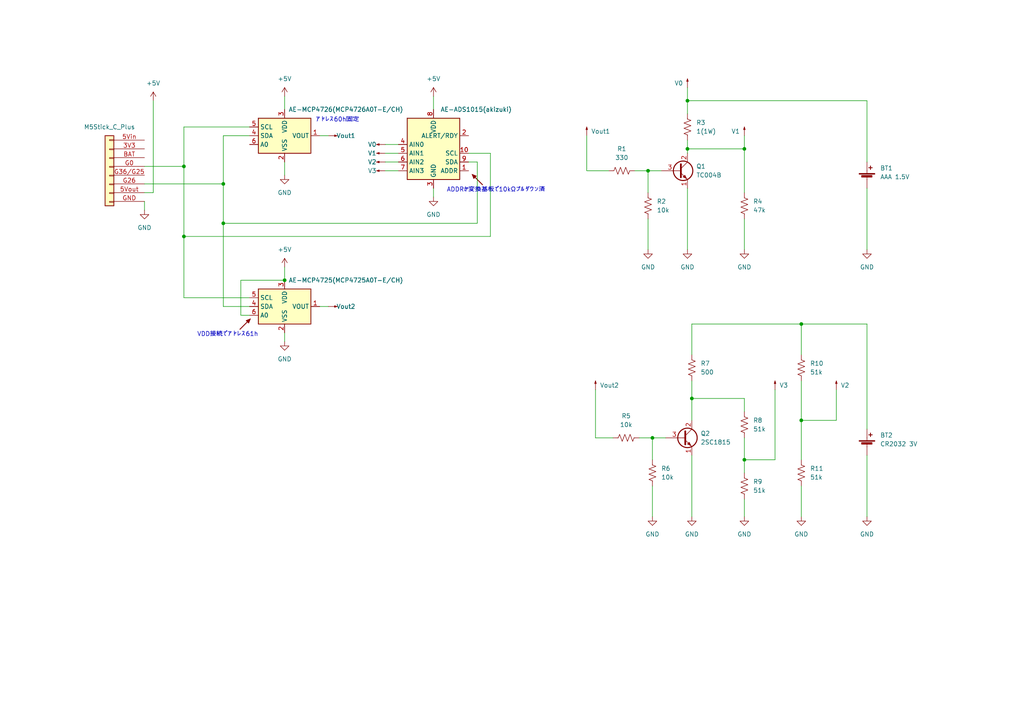
<source format=kicad_sch>
(kicad_sch (version 20211123) (generator eeschema)
  (paper "A4")
  (title_block (title "Battery Checker(AAA/CR2032)") (date "2022-04-02") (company "KKoga"))
  (lib_symbols
    (symbol "+5V_1" (power) (pin_numbers hide) (pin_names (offset 0))
      (property "Value" "+5V_1" (at 0 3.556 0))
      (symbol "+5V_1_0_1"
        (polyline (pts (xy -0.762 1.27) (xy 0 2.54)))
        (polyline (pts (xy 0 0) (xy 0 2.54)))
        (polyline (pts (xy 0 2.54) (xy 0.762 1.27)))
      )
      (symbol "+5V_1_1_1"
        (pin power_in line (at 0 0 90) (length 0) hide (name "+5V") (number "1"))
      )
    )
    (symbol "+5V_2" (power) (pin_numbers hide) (pin_names (offset 0))
      (property "Value" "+5V_2" (at 0 3.556 0))
      (symbol "+5V_2_0_1"
        (polyline (pts (xy -0.762 1.27) (xy 0 2.54)))
        (polyline (pts (xy 0 0) (xy 0 2.54)))
        (polyline (pts (xy 0 2.54) (xy 0.762 1.27)))
      )
      (symbol "+5V_2_1_1"
        (pin power_in line (at 0 0 90) (length 0) hide (name "+5V") (number "1"))
      )
    )
    (symbol "+5V_3" (power) (pin_numbers hide) (pin_names (offset 0))
      (property "Value" "+5V_3" (at 0 3.556 0))
      (symbol "+5V_3_0_1"
        (polyline (pts (xy -0.762 1.27) (xy 0 2.54)))
        (polyline (pts (xy 0 0) (xy 0 2.54)))
        (polyline (pts (xy 0 2.54) (xy 0.762 1.27)))
      )
      (symbol "+5V_3_1_1"
        (pin power_in line (at 0 0 90) (length 0) hide (name "+5V") (number "1"))
      )
    )
    (symbol "Analog_ADC:ADS1015IDGS"
      (property "Reference" "U" (at 2.54 13.97 0))
      (property "Value" "ADS1015IDGS" (at 7.62 11.43 0))
      (symbol "ADS1015IDGS_0_1"
        (rectangle (start -7.62 10.16) (end 7.62 -7.62) (stroke (width 0.254)) (fill (type background)))
      )
      (symbol "ADS1015IDGS_1_1"
        (pin input line (at 10.16 -5.08 180) (length 2.54) (name "ADDR") (number "1"))
        (pin input line (at 10.16 0 180) (length 2.54) (name "SCL") (number "10"))
        (pin output line (at 10.16 5.08 180) (length 2.54) (name "ALERT/RDY") (number "2"))
        (pin power_in line (at 0 -10.16 90) (length 2.54) (name "GND") (number "3"))
        (pin input line (at -10.16 2.54 0) (length 2.54) (name "AIN0") (number "4"))
        (pin input line (at -10.16 0 0) (length 2.54) (name "AIN1") (number "5"))
        (pin input line (at -10.16 -2.54 0) (length 2.54) (name "AIN2") (number "6"))
        (pin input line (at -10.16 -5.08 0) (length 2.54) (name "AIN3") (number "7"))
        (pin power_in line (at 0 12.7 270) (length 2.54) (name "VDD") (number "8"))
        (pin bidirectional line (at 10.16 -2.54 180) (length 2.54) (name "SDA") (number "9"))
      )
    )
    (symbol "Analog_DAC:MCP4725xxx-xCH"
      (property "Reference" "U" (at -6.35 6.35 0))
      (property "Value" "MCP4725xxx-xCH" (at 8.89 6.35 0))
      (symbol "MCP4725xxx-xCH_0_1"
        (rectangle (start -7.62 5.08) (end 7.62 -5.08) (stroke (width 0.254)) (fill (type background)))
      )
      (symbol "MCP4725xxx-xCH_1_1"
        (pin output line (at 10.16 0 180) (length 2.54) (name "VOUT") (number "1"))
        (pin power_in line (at 0 -7.62 90) (length 2.54) (name "VSS") (number "2"))
        (pin power_in line (at 0 7.62 270) (length 2.54) (name "VDD") (number "3"))
        (pin bidirectional line (at -10.16 0 0) (length 2.54) (name "SDA") (number "4"))
        (pin input line (at -10.16 2.54 0) (length 2.54) (name "SCL") (number "5"))
        (pin input line (at -10.16 -2.54 0) (length 2.54) (name "A0") (number "6"))
      )
    )
    (symbol "Connector:M5Stick_C_Plus" (pin_names (offset 1.016) hide)
      (property "Reference" "M5Stick_C_Plus" (at 0 10.16 0))
      (property "Value" "M5Stick_C_Plus" (at 0 -12.7 0))
      (symbol "M5Stick_C_Plus_1_1"
        (rectangle (start -1.27 -10.16) (end 0 -10.414) (stroke (width 0.1524)))
        (rectangle (start -1.27 -7.62) (end 0 -7.874) (stroke (width 0.1524)))
        (rectangle (start -1.27 -5.08) (end 0 -5.334) (stroke (width 0.1524)))
        (rectangle (start -1.27 -2.54) (end 0 -2.794) (stroke (width 0.1524)))
        (rectangle (start -1.27 0) (end 0 -0.254) (stroke (width 0.1524)))
        (rectangle (start -1.27 2.54) (end 0 2.286) (stroke (width 0.1524)))
        (rectangle (start -1.27 5.08) (end 0 4.826) (stroke (width 0.1524)))
        (rectangle (start -1.27 7.747) (end 0 7.493) (stroke (width 0.1524)))
        (rectangle (start -1.27 8.89) (end 1.27 -11.43) (stroke (width 0.254)) (fill (type background)))
        (pin power_out line (at -10.16 5.08 0) (length 8.81) (name "Pin_2") (number "3V3"))
        (pin power_in line (at -10.16 7.62 0) (length 8.81) (name "Pin_1") (number "5Vin"))
        (pin power_out line (at -10.16 -7.62 0) (length 8.81) (name "Pin_7") (number "5Vout"))
        (pin power_out line (at -10.16 2.54 0) (length 8.81) (name "Pin_3") (number "BAT"))
        (pin bidirectional line (at -10.16 0 0) (length 8.81) (name "Pin_4") (number "G0"))
        (pin bidirectional line (at -10.16 -5.08 0) (length 8.81) (name "Pin_6") (number "G26"))
        (pin bidirectional line (at -10.16 -2.54 0) (length 8.81) (name "Pin_5") (number "G36/G25"))
        (pin passive line (at -10.16 -10.16 0) (length 8.81) (name "Pin_8") (number "GND"))
      )
    )
    (symbol "Device:Battery_Cell" (pin_numbers hide) (pin_names (offset 0) hide)
      (property "Reference" "BT" (at 2.54 2.54 0))
      (property "Value" "Battery_Cell" (at 2.54 0 0))
      (symbol "Battery_Cell_0_1"
        (rectangle (start -2.286 1.778) (end 2.286 1.524) (fill (type outline)))
        (rectangle (start -1.5748 1.1938) (end 1.4732 0.6858) (fill (type outline)))
        (polyline (pts (xy 0 0.762) (xy 0 0)))
        (polyline (pts (xy 0 1.778) (xy 0 2.54)))
        (polyline (pts (xy 0.508 3.429) (xy 1.524 3.429)) (stroke (width 0.254)))
        (polyline (pts (xy 1.016 3.937) (xy 1.016 2.921)) (stroke (width 0.254)))
      )
      (symbol "Battery_Cell_1_1"
        (pin passive line (at 0 5.08 270) (length 2.54) (name "+") (number "1"))
        (pin passive line (at 0 -2.54 90) (length 2.54) (name "-") (number "2"))
      )
    )
    (symbol "Device:R_US" (pin_numbers hide) (pin_names (offset 0))
      (property "Reference" "R" (at 2.54 0 90))
      (property "Value" "R_US" (at -2.54 0 90))
      (symbol "R_US_0_1"
        (polyline (pts (xy 0 -2.286) (xy 0 -2.54)))
        (polyline (pts (xy 0 2.286) (xy 0 2.54)))
        (polyline (pts (xy 0 -0.762) (xy 1.016 -1.143) (xy 0 -1.524) (xy -1.016 -1.905) (xy 0 -2.286)))
        (polyline (pts (xy 0 0.762) (xy 1.016 0.381) (xy 0 0) (xy -1.016 -0.381) (xy 0 -0.762)))
        (polyline (pts (xy 0 2.286) (xy 1.016 1.905) (xy 0 1.524) (xy -1.016 1.143) (xy 0 0.762)))
      )
      (symbol "R_US_1_1"
        (pin passive line (at 0 3.81 270) (length 1.27) (name "~") (number "1"))
        (pin passive line (at 0 -3.81 90) (length 1.27) (name "~") (number "2"))
      )
    )
    (symbol "GND_2" (power) (pin_numbers hide) (pin_names (offset 0))
      (property "Value" "GND_2" (at 0 -3.81 0))
      (symbol "GND_2_0_1"
        (polyline (pts (xy 0 0) (xy 0 -1.27) (xy 1.27 -1.27) (xy 0 -2.54) (xy -1.27 -1.27) (xy 0 -1.27)))
      )
      (symbol "GND_2_1_1"
        (pin power_in line (at 0 0 270) (length 0) hide (name "GND") (number "1"))
      )
    )
    (symbol "GND_3" (power) (pin_numbers hide) (pin_names (offset 0))
      (property "Value" "GND_3" (at 0 -3.81 0))
      (symbol "GND_3_0_1"
        (polyline (pts (xy 0 0) (xy 0 -1.27) (xy 1.27 -1.27) (xy 0 -2.54) (xy -1.27 -1.27) (xy 0 -1.27)))
      )
      (symbol "GND_3_1_1"
        (pin power_in line (at 0 0 270) (length 0) hide (name "GND") (number "1"))
      )
    )
    (symbol "GND_4" (power) (pin_numbers hide) (pin_names (offset 0))
      (property "Value" "GND_4" (at 0 -3.81 0))
      (symbol "GND_4_0_1"
        (polyline (pts (xy 0 0) (xy 0 -1.27) (xy 1.27 -1.27) (xy 0 -2.54) (xy -1.27 -1.27) (xy 0 -1.27)))
      )
      (symbol "GND_4_1_1"
        (pin power_in line (at 0 0 270) (length 0) hide (name "GND") (number "1"))
      )
    )
    (symbol "GND_5" (power) (pin_numbers hide) (pin_names (offset 0))
      (property "Value" "GND_5" (at 0 -3.81 0))
      (symbol "GND_5_0_1"
        (polyline (pts (xy 0 0) (xy 0 -1.27) (xy 1.27 -1.27) (xy 0 -2.54) (xy -1.27 -1.27) (xy 0 -1.27)))
      )
      (symbol "GND_5_1_1"
        (pin power_in line (at 0 0 270) (length 0) hide (name "GND") (number "1"))
      )
    )
    (symbol "GND_6" (power) (pin_numbers hide) (pin_names (offset 0))
      (property "Value" "GND_6" (at 0 -3.81 0))
      (symbol "GND_6_0_1"
        (polyline (pts (xy 0 0) (xy 0 -1.27) (xy 1.27 -1.27) (xy 0 -2.54) (xy -1.27 -1.27) (xy 0 -1.27)))
      )
      (symbol "GND_6_1_1"
        (pin power_in line (at 0 0 270) (length 0) hide (name "GND") (number "1"))
      )
    )
    (symbol "GND_7" (power) (pin_numbers hide) (pin_names (offset 0))
      (property "Value" "GND_7" (at 0 -3.81 0))
      (symbol "GND_7_0_1"
        (polyline (pts (xy 0 0) (xy 0 -1.27) (xy 1.27 -1.27) (xy 0 -2.54) (xy -1.27 -1.27) (xy 0 -1.27)))
      )
      (symbol "GND_7_1_1"
        (pin power_in line (at 0 0 270) (length 0) hide (name "GND") (number "1"))
      )
    )
    (symbol "GND_8" (power) (pin_numbers hide) (pin_names (offset 0))
      (property "Value" "GND_8" (at 0 -3.81 0))
      (symbol "GND_8_0_1"
        (polyline (pts (xy 0 0) (xy 0 -1.27) (xy 1.27 -1.27) (xy 0 -2.54) (xy -1.27 -1.27) (xy 0 -1.27)))
      )
      (symbol "GND_8_1_1"
        (pin power_in line (at 0 0 270) (length 0) hide (name "GND") (number "1"))
      )
    )
    (symbol "Graphic:SYM_Arrow45_Small" (pin_names (offset 1.016))
      (symbol "SYM_Arrow45_Small_0_1"
        (polyline (pts (xy 1.27 -1.27) (xy -1.524 1.524)) (stroke (width 0.254)))
        (polyline (pts (xy 1.524 -1.524) (xy 0.254 -1.016) (xy 1.016 -0.254) (xy 1.524 -1.524)) (fill (type outline)))
      )
    )
    (symbol "Graphic:SYM_Arrow_Tiny" (pin_names (offset 1.016))
      (symbol "SYM_Arrow_Tiny_0_1"
        (polyline (pts (xy 1.27 0) (xy -1.27 0)))
        (polyline (pts (xy 1.27 0) (xy 0.508 -0.254) (xy 0.508 0.254) (xy 1.27 0)) (fill (type outline)))
      )
    )
    (symbol "Transistor_BJT:2SD600" (pin_names (offset 0) hide)
      (property "Reference" "Q" (at 5.08 1.905 0))
      (property "Value" "2SD600" (at 5.08 0 0))
      (symbol "2SD600_0_1"
        (polyline (pts (xy 0 0) (xy 0.635 0)))
        (polyline (pts (xy 2.54 -2.54) (xy 0.635 -0.635)))
        (polyline (pts (xy 2.54 2.54) (xy 0.635 0.635)))
        (polyline (pts (xy 0.635 1.905) (xy 0.635 -1.905) (xy 0.635 -1.905)) (stroke (width 0.508)) (fill (type outline)))
        (polyline (pts (xy 1.27 -1.778) (xy 1.778 -1.27) (xy 2.286 -2.286) (xy 1.27 -1.778) (xy 1.27 -1.778)) (fill (type outline)))
        (circle (center 1.27 0) (radius 2.8194) (stroke (width 0.3048)))
      )
      (symbol "2SD600_1_1"
        (pin passive line (at 2.54 -5.08 90) (length 2.54) (name "E") (number "1"))
        (pin passive line (at 2.54 5.08 270) (length 2.54) (name "C") (number "2"))
        (pin input line (at -5.08 0 0) (length 5.08) (name "B") (number "3"))
      )
    )
    (symbol "power:+5V" (power) (pin_names (offset 0))
      (property "Value" "+5V" (at 0 3.556 0))
      (symbol "+5V_0_1"
        (polyline (pts (xy -0.762 1.27) (xy 0 2.54)))
        (polyline (pts (xy 0 0) (xy 0 2.54)))
        (polyline (pts (xy 0 2.54) (xy 0.762 1.27)))
      )
      (symbol "+5V_1_1"
        (pin power_in line (at 0 0 90) (length 0) hide (name "+5V") (number "1"))
      )
    )
    (symbol "power:GND" (power) (pin_names (offset 0))
      (property "Value" "GND" (at 0 -3.81 0))
      (symbol "GND_0_1"
        (polyline (pts (xy 0 0) (xy 0 -1.27) (xy 1.27 -1.27) (xy 0 -2.54) (xy -1.27 -1.27) (xy 0 -1.27)))
      )
      (symbol "GND_1_1"
        (pin power_in line (at 0 0 270) (length 0) hide (name "GND") (number "1"))
      )
    )
  )
  (junction (at 199.39 43.18))
  (junction (at 189.23 127))
  (junction (at 64.77 64.77))
  (junction (at 215.9 43.18))
  (junction (at 82.55 81.28))
  (junction (at 53.34 48.26))
  (junction (at 64.77 53.34))
  (junction (at 187.96 49.53))
  (junction (at 215.9 133.35))
  (junction (at 200.66 115.57))
  (junction (at 53.34 68.58))
  (junction (at 199.39 29.21))
  (junction (at 232.41 121.92))
  (junction (at 232.41 93.98))
  (wire (pts (xy 142.24 68.58) (xy 53.34 68.58)))
  (wire (pts (xy 41.91 58.42) (xy 41.91 60.96)))
  (wire (pts (xy 232.41 102.87) (xy 232.41 93.98)))
  (wire (pts (xy 138.43 46.99) (xy 135.89 46.99)))
  (wire (pts (xy 242.57 121.92) (xy 232.41 121.92)))
  (wire (pts (xy 135.89 44.45) (xy 142.24 44.45)))
  (wire (pts (xy 64.77 53.34) (xy 64.77 64.77)))
  (wire (pts (xy 111.76 49.53) (xy 115.57 49.53)))
  (wire (pts (xy 200.66 110.49) (xy 200.66 115.57)))
  (wire (pts (xy 170.18 39.37) (xy 170.18 49.53)))
  (wire (pts (xy 184.15 49.53) (xy 187.96 49.53)))
  (wire (pts (xy 41.91 48.26) (xy 53.34 48.26)))
  (wire (pts (xy 224.79 113.03) (xy 224.79 133.35)))
  (wire (pts (xy 41.91 53.34) (xy 64.77 53.34)))
  (wire (pts (xy 232.41 93.98) (xy 251.46 93.98)))
  (wire (pts (xy 53.34 68.58) (xy 53.34 86.36)))
  (wire (pts (xy 82.55 96.52) (xy 82.55 99.06)))
  (wire (pts (xy 72.39 91.44) (xy 69.85 91.44)))
  (wire (pts (xy 95.25 88.9) (xy 92.71 88.9)))
  (wire (pts (xy 200.66 102.87) (xy 200.66 93.98)))
  (wire (pts (xy 232.41 121.92) (xy 232.41 133.35)))
  (wire (pts (xy 199.39 33.02) (xy 199.39 29.21)))
  (wire (pts (xy 82.55 27.94) (xy 82.55 31.75)))
  (wire (pts (xy 224.79 133.35) (xy 215.9 133.35)))
  (wire (pts (xy 199.39 29.21) (xy 251.46 29.21)))
  (wire (pts (xy 251.46 93.98) (xy 251.46 124.46)))
  (wire (pts (xy 199.39 43.18) (xy 215.9 43.18)))
  (wire (pts (xy 189.23 127) (xy 189.23 133.35)))
  (wire (pts (xy 189.23 127) (xy 193.04 127)))
  (wire (pts (xy 53.34 36.83) (xy 72.39 36.83)))
  (wire (pts (xy 242.57 113.03) (xy 242.57 121.92)))
  (wire (pts (xy 125.73 54.61) (xy 125.73 57.15)))
  (wire (pts (xy 251.46 132.08) (xy 251.46 149.86)))
  (wire (pts (xy 200.66 115.57) (xy 200.66 121.92)))
  (wire (pts (xy 111.76 44.45) (xy 115.57 44.45)))
  (wire (pts (xy 187.96 49.53) (xy 187.96 55.88)))
  (wire (pts (xy 199.39 25.4) (xy 199.39 29.21)))
  (wire (pts (xy 69.85 91.44) (xy 69.85 81.28)))
  (wire (pts (xy 172.72 127) (xy 177.8 127)))
  (wire (pts (xy 251.46 29.21) (xy 251.46 46.99)))
  (wire (pts (xy 199.39 54.61) (xy 199.39 72.39)))
  (wire (pts (xy 53.34 48.26) (xy 53.34 36.83)))
  (wire (pts (xy 215.9 144.78) (xy 215.9 149.86)))
  (wire (pts (xy 200.66 132.08) (xy 200.66 149.86)))
  (wire (pts (xy 95.25 39.37) (xy 92.71 39.37)))
  (wire (pts (xy 69.85 81.28) (xy 82.55 81.28)))
  (wire (pts (xy 64.77 39.37) (xy 72.39 39.37)))
  (wire (pts (xy 82.55 81.28) (xy 82.55 77.47)))
  (wire (pts (xy 170.18 49.53) (xy 176.53 49.53)))
  (wire (pts (xy 215.9 115.57) (xy 215.9 119.38)))
  (wire (pts (xy 251.46 54.61) (xy 251.46 72.39)))
  (wire (pts (xy 64.77 88.9) (xy 72.39 88.9)))
  (wire (pts (xy 125.73 27.94) (xy 125.73 31.75)))
  (wire (pts (xy 111.76 46.99) (xy 115.57 46.99)))
  (wire (pts (xy 53.34 48.26) (xy 53.34 68.58)))
  (wire (pts (xy 200.66 93.98) (xy 232.41 93.98)))
  (wire (pts (xy 215.9 63.5) (xy 215.9 72.39)))
  (wire (pts (xy 138.43 64.77) (xy 64.77 64.77)))
  (wire (pts (xy 53.34 86.36) (xy 72.39 86.36)))
  (wire (pts (xy 142.24 44.45) (xy 142.24 68.58)))
  (wire (pts (xy 44.45 55.88) (xy 41.91 55.88)))
  (wire (pts (xy 111.76 41.91) (xy 115.57 41.91)))
  (wire (pts (xy 199.39 40.64) (xy 199.39 43.18)))
  (wire (pts (xy 232.41 140.97) (xy 232.41 149.86)))
  (wire (pts (xy 82.55 46.99) (xy 82.55 50.8)))
  (wire (pts (xy 232.41 110.49) (xy 232.41 121.92)))
  (wire (pts (xy 215.9 127) (xy 215.9 133.35)))
  (wire (pts (xy 138.43 46.99) (xy 138.43 64.77)))
  (wire (pts (xy 215.9 39.37) (xy 215.9 43.18)))
  (wire (pts (xy 200.66 115.57) (xy 215.9 115.57)))
  (wire (pts (xy 44.45 29.21) (xy 44.45 55.88)))
  (wire (pts (xy 172.72 113.03) (xy 172.72 127)))
  (wire (pts (xy 187.96 49.53) (xy 191.77 49.53)))
  (wire (pts (xy 64.77 53.34) (xy 64.77 39.37)))
  (wire (pts (xy 215.9 133.35) (xy 215.9 137.16)))
  (wire (pts (xy 64.77 64.77) (xy 64.77 88.9)))
  (wire (pts (xy 215.9 43.18) (xy 215.9 55.88)))
  (wire (pts (xy 185.42 127) (xy 189.23 127)))
  (wire (pts (xy 189.23 140.97) (xy 189.23 149.86)))
  (wire (pts (xy 199.39 43.18) (xy 199.39 44.45)))
  (wire (pts (xy 187.96 63.5) (xy 187.96 72.39)))
  (text "ADDRが変換基板で10kΩプルダウン済" (at 129.54 55.88 0) (effects (font (size 1.27 1.27)) (justify left bottom)))
  (text "VDD接続でアドレス61h" (at 57.15 97.79 0) (effects (font (size 1.27 1.27)) (justify left bottom)))
  (text "アドレス60h固定" (at 91.44 35.56 0) (effects (font (size 1.27 1.27)) (justify left bottom)))
  (symbol (lib_name "+5V_2") (lib_id "power:+5V") (at 82.55 27.94 0) (unit 1)
    (property "Reference" "#PWR?" (effects hide))
    (property "Value" "+5V" (at 82.55 22.86 0))
  )
  (symbol (lib_id "Transistor_BJT:2SD600") (at 198.12 127 0) (unit 1)
    (property "Reference" "Q2" (at 203.2 125.7299 0) (effects (justify left)))
    (property "Value" "2SC1815" (at 203.2 128.2699 0) (effects (justify left)))
    (property "Footprint" "Package_TO_SOT_THT:TO-126-3_Vertical" (effects hide))
    (property "Datasheet" "http://pdf.datasheetcatalog.com/datasheet/sanyo/ds_pdf_e/2SB631.pdf" (effects hide))
  )
  (symbol (lib_id "Graphic:SYM_Arrow_Tiny") (at 242.57 111.76 90) (unit 1)
    (property "Reference" "#SYM?" (effects hide))
    (property "Value" "V2" (at 243.84 111.7599 90) (effects (justify right)))
  )
  (symbol (lib_name "GND_8") (lib_id "power:GND") (at 41.91 60.96 0) (unit 1)
    (property "Reference" "#PWR?" (effects hide))
    (property "Value" "GND" (at 41.91 66.04 0))
  )
  (symbol (lib_id "Graphic:SYM_Arrow_Tiny") (at 170.18 38.1 90) (unit 1)
    (property "Reference" "#SYM?" (effects hide))
    (property "Value" "Vout1" (at 171.45 38.0999 90) (effects (justify right)))
  )
  (symbol (lib_id "Device:R_US") (at 215.9 59.69 0) (unit 1)
    (property "Reference" "R4" (at 218.44 58.4199 0) (effects (justify left)))
    (property "Value" "47k" (at 218.44 60.9599 0) (effects (justify left)))
  )
  (symbol (lib_id "Device:R_US") (at 181.61 127 90) (unit 1)
    (property "Reference" "R5" (at 181.61 120.65 90))
    (property "Value" "10k" (at 181.61 123.19 90))
  )
  (symbol (lib_id "Graphic:SYM_Arrow_Tiny") (at 199.39 24.13 90) (unit 1)
    (property "Reference" "#SYM?" (effects hide))
    (property "Value" "V0" (at 198.12 24.1299 90) (effects (justify left)))
  )
  (symbol (lib_id "Device:R_US") (at 232.41 137.16 0) (unit 1)
    (property "Reference" "R11" (at 234.95 135.8899 0) (effects (justify left)))
    (property "Value" "51k" (at 234.95 138.4299 0) (effects (justify left)))
  )
  (symbol (lib_id "Graphic:SYM_Arrow_Tiny") (at 96.52 39.37 0) (unit 1)
    (property "Reference" "#SYM?" (effects hide))
    (property "Value" "Vout1" (at 100.33 39.37 0))
  )
  (symbol (lib_id "Device:R_US") (at 215.9 123.19 0) (unit 1)
    (property "Reference" "R8" (at 218.44 121.9199 0) (effects (justify left)))
    (property "Value" "51k" (at 218.44 124.4599 0) (effects (justify left)))
  )
  (symbol (lib_id "Analog_DAC:MCP4725xxx-xCH") (at 82.55 88.9 0) (unit 1)
    (property "Reference" "U?" (effects hide))
    (property "Value" "AE-MCP4725(MCP4725A0T-E/CH)" (at 100.33 81.28 0))
    (property "Footprint" "Package_TO_SOT_SMD:SOT-23-6" (effects hide))
    (property "Datasheet" "http://ww1.microchip.com/downloads/en/DeviceDoc/22039d.pdf" (effects hide))
  )
  (symbol (lib_id "Device:R_US") (at 180.34 49.53 90) (unit 1)
    (property "Reference" "R1" (at 180.34 43.18 90))
    (property "Value" "330" (at 180.34 45.72 90))
  )
  (symbol (lib_name "GND_7") (lib_id "power:GND") (at 215.9 72.39 0) (unit 1)
    (property "Reference" "#PWR?" (effects hide))
    (property "Value" "GND" (at 215.9 77.47 0))
  )
  (symbol (lib_id "Device:Battery_Cell") (at 251.46 52.07 0) (unit 1)
    (property "Reference" "BT1" (at 255.27 48.7679 0) (effects (justify left)))
    (property "Value" "AAA 1.5V" (at 255.27 51.3079 0) (effects (justify left)))
  )
  (symbol (lib_id "Graphic:SYM_Arrow_Tiny") (at 215.9 38.1 90) (unit 1)
    (property "Reference" "#SYM?" (effects hide))
    (property "Value" "V1" (at 214.63 38.0999 90) (effects (justify left)))
  )
  (symbol (lib_name "+5V_1") (lib_id "power:+5V") (at 44.45 29.21 0) (unit 1)
    (property "Reference" "#PWR?" (effects hide))
    (property "Value" "+5V" (at 44.45 24.13 0))
  )
  (symbol (lib_id "Graphic:SYM_Arrow_Tiny") (at 110.49 41.91 180) (unit 1)
    (property "Reference" "#SYM?" (effects hide))
    (property "Value" "V0" (at 107.95 41.91 0))
  )
  (symbol (lib_id "Device:R_US") (at 187.96 59.69 0) (unit 1)
    (property "Reference" "R2" (at 190.5 58.4199 0) (effects (justify left)))
    (property "Value" "10k" (at 190.5 60.9599 0) (effects (justify left)))
  )
  (symbol (lib_id "Connector:M5Stick_C_Plus") (at 31.75 48.26 0) (mirror y) (unit 1)
    (property "Reference" "M5Stick_C_Plus?" (effects hide))
    (property "Value" "M5Stick_C_Plus" (at 31.75 36.83 0))
  )
  (symbol (lib_id "power:+5V") (at 82.55 77.47 0) (unit 1)
    (property "Reference" "#PWR?" (effects hide))
    (property "Value" "+5V" (at 82.55 72.39 0))
  )
  (symbol (lib_id "Device:R_US") (at 215.9 140.97 0) (unit 1)
    (property "Reference" "R9" (at 218.44 139.6999 0) (effects (justify left)))
    (property "Value" "51k" (at 218.44 142.2399 0) (effects (justify left)))
  )
  (symbol (lib_id "Transistor_BJT:2SD600") (at 196.85 49.53 0) (unit 1)
    (property "Reference" "Q1" (at 201.93 48.2599 0) (effects (justify left)))
    (property "Value" "TC004B" (at 201.93 50.7999 0) (effects (justify left)))
    (property "Footprint" "Package_TO_SOT_THT:TO-126-3_Vertical" (effects hide))
    (property "Datasheet" "http://pdf.datasheetcatalog.com/datasheet/sanyo/ds_pdf_e/2SB631.pdf" (effects hide))
  )
  (symbol (lib_name "GND_5") (lib_id "power:GND") (at 187.96 72.39 0) (unit 1)
    (property "Reference" "#PWR?" (effects hide))
    (property "Value" "GND" (at 187.96 77.47 0))
  )
  (symbol (lib_name "GND_6") (lib_id "power:GND") (at 199.39 72.39 0) (unit 1)
    (property "Reference" "#PWR?" (effects hide))
    (property "Value" "GND" (at 199.39 77.47 0))
  )
  (symbol (lib_id "Graphic:SYM_Arrow_Tiny") (at 172.72 111.76 90) (unit 1)
    (property "Reference" "#SYM?" (effects hide))
    (property "Value" "Vout2" (at 173.99 111.7599 90) (effects (justify right)))
  )
  (symbol (lib_id "Graphic:SYM_Arrow_Tiny") (at 110.49 46.99 180) (unit 1)
    (property "Reference" "#SYM?" (effects hide))
    (property "Value" "V2" (at 107.95 46.99 0))
  )
  (symbol (lib_id "Graphic:SYM_Arrow_Tiny") (at 96.52 88.9 0) (unit 1)
    (property "Reference" "#SYM?" (effects hide))
    (property "Value" "Vout2" (at 100.33 88.9 0))
  )
  (symbol (lib_name "GND_4") (lib_id "power:GND") (at 82.55 99.06 0) (unit 1)
    (property "Reference" "#PWR?" (effects hide))
    (property "Value" "GND" (at 82.55 104.14 0))
  )
  (symbol (lib_id "Device:R_US") (at 200.66 106.68 0) (unit 1)
    (property "Reference" "R7" (at 203.2 105.4099 0) (effects (justify left)))
    (property "Value" "500" (at 203.2 107.9499 0) (effects (justify left)))
  )
  (symbol (lib_id "Device:R_US") (at 189.23 137.16 0) (unit 1)
    (property "Reference" "R6" (at 191.77 135.8899 0) (effects (justify left)))
    (property "Value" "10k" (at 191.77 138.4299 0) (effects (justify left)))
  )
  (symbol (lib_name "GND_6") (lib_id "power:GND") (at 200.66 149.86 0) (unit 1)
    (property "Reference" "#PWR?" (effects hide))
    (property "Value" "GND" (at 200.66 154.94 0))
  )
  (symbol (lib_id "power:GND") (at 251.46 72.39 0) (unit 1)
    (property "Reference" "#PWR?" (effects hide))
    (property "Value" "GND" (at 251.46 77.47 0))
  )
  (symbol (lib_name "GND_5") (lib_id "power:GND") (at 189.23 149.86 0) (unit 1)
    (property "Reference" "#PWR?" (effects hide))
    (property "Value" "GND" (at 189.23 154.94 0))
  )
  (symbol (lib_id "Graphic:SYM_Arrow_Tiny") (at 224.79 111.76 90) (unit 1)
    (property "Reference" "#SYM?" (effects hide))
    (property "Value" "V3" (at 226.06 111.7599 90) (effects (justify right)))
  )
  (symbol (lib_id "Analog_ADC:ADS1015IDGS") (at 125.73 44.45 0) (unit 1)
    (property "Reference" "U?" (effects hide))
    (property "Value" "AE-ADS1015(akizuki)" (at 127.7494 31.75 0) (effects (justify left)))
    (property "Footprint" "Package_SO:TSSOP-10_3x3mm_P0.5mm" (effects hide))
    (property "Datasheet" "http://www.ti.com/lit/ds/symlink/ads1015.pdf" (effects hide))
  )
  (symbol (lib_name "GND_7") (lib_id "power:GND") (at 232.41 149.86 0) (unit 1)
    (property "Reference" "#PWR?" (effects hide))
    (property "Value" "GND" (at 232.41 154.94 0))
  )
  (symbol (lib_id "Graphic:SYM_Arrow_Tiny") (at 110.49 49.53 180) (unit 1)
    (property "Reference" "#SYM?" (effects hide))
    (property "Value" "V3" (at 107.95 49.53 0))
  )
  (symbol (lib_id "Device:Battery_Cell") (at 251.46 129.54 0) (unit 1)
    (property "Reference" "BT2" (at 255.27 126.2379 0) (effects (justify left)))
    (property "Value" "CR2032 3V" (at 255.27 128.7779 0) (effects (justify left)))
  )
  (symbol (lib_id "Analog_DAC:MCP4725xxx-xCH") (at 82.55 39.37 0) (unit 1)
    (property "Reference" "U?" (effects hide))
    (property "Value" "AE-MCP4726(MCP4726A0T-E/CH)" (at 100.33 31.75 0))
    (property "Footprint" "Package_TO_SOT_SMD:SOT-23-6" (effects hide))
    (property "Datasheet" "http://ww1.microchip.com/downloads/en/DeviceDoc/22039d.pdf" (effects hide))
  )
  (symbol (lib_id "Graphic:SYM_Arrow45_Small") (at 138.43 52.07 180) (unit 1)
    (property "Reference" "#SYM?" (effects hide))
    (property "Value" "SYM_Arrow45_Small" (effects hide))
  )
  (symbol (lib_id "power:GND") (at 251.46 149.86 0) (unit 1)
    (property "Reference" "#PWR?" (effects hide))
    (property "Value" "GND" (at 251.46 154.94 0))
  )
  (symbol (lib_id "Device:R_US") (at 232.41 106.68 0) (unit 1)
    (property "Reference" "R10" (at 234.95 105.4099 0) (effects (justify left)))
    (property "Value" "51k" (at 234.95 107.9499 0) (effects (justify left)))
  )
  (symbol (lib_name "GND_2") (lib_id "power:GND") (at 125.73 57.15 0) (unit 1)
    (property "Reference" "#PWR?" (effects hide))
    (property "Value" "GND" (at 125.73 62.23 0))
  )
  (symbol (lib_name "GND_6") (lib_id "power:GND") (at 215.9 149.86 0) (unit 1)
    (property "Reference" "#PWR?" (effects hide))
    (property "Value" "GND" (at 215.9 154.94 0))
  )
  (symbol (lib_id "Device:R_US") (at 199.39 36.83 0) (unit 1)
    (property "Reference" "R3" (at 201.93 35.5599 0) (effects (justify left)))
    (property "Value" "1(1W)" (at 201.93 38.0999 0) (effects (justify left)))
  )
  (symbol (lib_id "Graphic:SYM_Arrow45_Small") (at 71.12 93.98 90) (unit 1)
    (property "Reference" "#SYM?" (effects hide))
    (property "Value" "SYM_Arrow45_Small" (effects hide))
  )
  (symbol (lib_name "GND_3") (lib_id "power:GND") (at 82.55 50.8 0) (unit 1)
    (property "Reference" "#PWR?" (effects hide))
    (property "Value" "GND" (at 82.55 55.88 0))
  )
  (symbol (lib_id "Graphic:SYM_Arrow_Tiny") (at 110.49 44.45 180) (unit 1)
    (property "Reference" "#SYM?" (effects hide))
    (property "Value" "V1" (at 107.95 44.45 0))
  )
  (symbol (lib_name "+5V_3") (lib_id "power:+5V") (at 125.73 27.94 0) (unit 1)
    (property "Reference" "#PWR?" (effects hide))
    (property "Value" "+5V" (at 125.73 22.86 0))
  )
)
</source>
